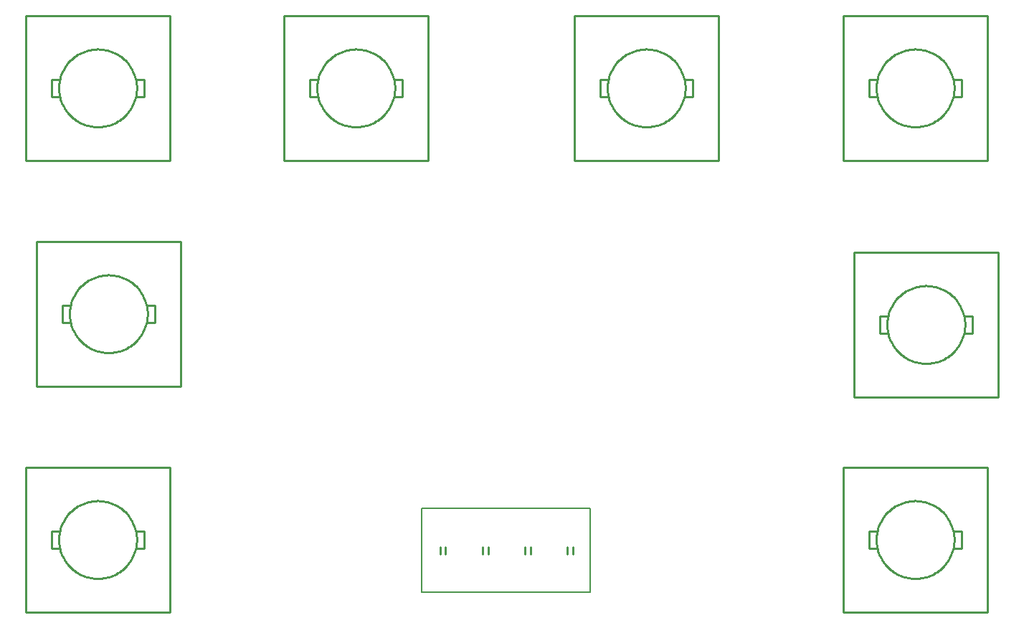
<source format=gto>
G75*
G70*
%OFA0B0*%
%FSLAX24Y24*%
%IPPOS*%
%LPD*%
%AMOC8*
5,1,8,0,0,1.08239X$1,22.5*
%
%ADD10C,0.0100*%
%ADD11C,0.0060*%
D10*
X003738Y003757D02*
X003738Y010443D01*
X003757Y010462D02*
X010443Y010462D01*
X010462Y010443D02*
X010462Y003757D01*
X010443Y003738D02*
X003757Y003738D01*
X004950Y006700D02*
X005300Y006700D01*
X004950Y006700D02*
X004950Y007500D01*
X005300Y007500D01*
X005291Y007100D02*
X005293Y007189D01*
X005300Y007277D01*
X005311Y007365D01*
X005326Y007453D01*
X005345Y007540D01*
X005369Y007625D01*
X005397Y007709D01*
X005429Y007792D01*
X005465Y007873D01*
X005505Y007953D01*
X005548Y008030D01*
X005596Y008105D01*
X005647Y008178D01*
X005702Y008248D01*
X005760Y008315D01*
X005821Y008379D01*
X005885Y008440D01*
X005952Y008498D01*
X006022Y008553D01*
X006095Y008604D01*
X006170Y008652D01*
X006247Y008695D01*
X006327Y008735D01*
X006408Y008771D01*
X006491Y008803D01*
X006575Y008831D01*
X006660Y008855D01*
X006747Y008874D01*
X006835Y008889D01*
X006923Y008900D01*
X007011Y008907D01*
X007100Y008909D01*
X007189Y008907D01*
X007277Y008900D01*
X007365Y008889D01*
X007453Y008874D01*
X007540Y008855D01*
X007625Y008831D01*
X007709Y008803D01*
X007792Y008771D01*
X007873Y008735D01*
X007953Y008695D01*
X008030Y008652D01*
X008105Y008604D01*
X008178Y008553D01*
X008248Y008498D01*
X008315Y008440D01*
X008379Y008379D01*
X008440Y008315D01*
X008498Y008248D01*
X008553Y008178D01*
X008604Y008105D01*
X008652Y008030D01*
X008695Y007953D01*
X008735Y007873D01*
X008771Y007792D01*
X008803Y007709D01*
X008831Y007625D01*
X008855Y007540D01*
X008874Y007453D01*
X008889Y007365D01*
X008900Y007277D01*
X008907Y007189D01*
X008909Y007100D01*
X008907Y007011D01*
X008900Y006923D01*
X008889Y006835D01*
X008874Y006747D01*
X008855Y006660D01*
X008831Y006575D01*
X008803Y006491D01*
X008771Y006408D01*
X008735Y006327D01*
X008695Y006247D01*
X008652Y006170D01*
X008604Y006095D01*
X008553Y006022D01*
X008498Y005952D01*
X008440Y005885D01*
X008379Y005821D01*
X008315Y005760D01*
X008248Y005702D01*
X008178Y005647D01*
X008105Y005596D01*
X008030Y005548D01*
X007953Y005505D01*
X007873Y005465D01*
X007792Y005429D01*
X007709Y005397D01*
X007625Y005369D01*
X007540Y005345D01*
X007453Y005326D01*
X007365Y005311D01*
X007277Y005300D01*
X007189Y005293D01*
X007100Y005291D01*
X007011Y005293D01*
X006923Y005300D01*
X006835Y005311D01*
X006747Y005326D01*
X006660Y005345D01*
X006575Y005369D01*
X006491Y005397D01*
X006408Y005429D01*
X006327Y005465D01*
X006247Y005505D01*
X006170Y005548D01*
X006095Y005596D01*
X006022Y005647D01*
X005952Y005702D01*
X005885Y005760D01*
X005821Y005821D01*
X005760Y005885D01*
X005702Y005952D01*
X005647Y006022D01*
X005596Y006095D01*
X005548Y006170D01*
X005505Y006247D01*
X005465Y006327D01*
X005429Y006408D01*
X005397Y006491D01*
X005369Y006575D01*
X005345Y006660D01*
X005326Y006747D01*
X005311Y006835D01*
X005300Y006923D01*
X005293Y007011D01*
X005291Y007100D01*
X008900Y006700D02*
X009250Y006700D01*
X009250Y007500D01*
X008900Y007500D01*
X010943Y014238D02*
X004257Y014238D01*
X004238Y014257D02*
X004238Y020943D01*
X004257Y020962D02*
X010943Y020962D01*
X010962Y020943D02*
X010962Y014257D01*
X009750Y017200D02*
X009750Y018000D01*
X009400Y018000D01*
X009400Y017200D02*
X009750Y017200D01*
X005791Y017600D02*
X005793Y017689D01*
X005800Y017777D01*
X005811Y017865D01*
X005826Y017953D01*
X005845Y018040D01*
X005869Y018125D01*
X005897Y018209D01*
X005929Y018292D01*
X005965Y018373D01*
X006005Y018453D01*
X006048Y018530D01*
X006096Y018605D01*
X006147Y018678D01*
X006202Y018748D01*
X006260Y018815D01*
X006321Y018879D01*
X006385Y018940D01*
X006452Y018998D01*
X006522Y019053D01*
X006595Y019104D01*
X006670Y019152D01*
X006747Y019195D01*
X006827Y019235D01*
X006908Y019271D01*
X006991Y019303D01*
X007075Y019331D01*
X007160Y019355D01*
X007247Y019374D01*
X007335Y019389D01*
X007423Y019400D01*
X007511Y019407D01*
X007600Y019409D01*
X007689Y019407D01*
X007777Y019400D01*
X007865Y019389D01*
X007953Y019374D01*
X008040Y019355D01*
X008125Y019331D01*
X008209Y019303D01*
X008292Y019271D01*
X008373Y019235D01*
X008453Y019195D01*
X008530Y019152D01*
X008605Y019104D01*
X008678Y019053D01*
X008748Y018998D01*
X008815Y018940D01*
X008879Y018879D01*
X008940Y018815D01*
X008998Y018748D01*
X009053Y018678D01*
X009104Y018605D01*
X009152Y018530D01*
X009195Y018453D01*
X009235Y018373D01*
X009271Y018292D01*
X009303Y018209D01*
X009331Y018125D01*
X009355Y018040D01*
X009374Y017953D01*
X009389Y017865D01*
X009400Y017777D01*
X009407Y017689D01*
X009409Y017600D01*
X009407Y017511D01*
X009400Y017423D01*
X009389Y017335D01*
X009374Y017247D01*
X009355Y017160D01*
X009331Y017075D01*
X009303Y016991D01*
X009271Y016908D01*
X009235Y016827D01*
X009195Y016747D01*
X009152Y016670D01*
X009104Y016595D01*
X009053Y016522D01*
X008998Y016452D01*
X008940Y016385D01*
X008879Y016321D01*
X008815Y016260D01*
X008748Y016202D01*
X008678Y016147D01*
X008605Y016096D01*
X008530Y016048D01*
X008453Y016005D01*
X008373Y015965D01*
X008292Y015929D01*
X008209Y015897D01*
X008125Y015869D01*
X008040Y015845D01*
X007953Y015826D01*
X007865Y015811D01*
X007777Y015800D01*
X007689Y015793D01*
X007600Y015791D01*
X007511Y015793D01*
X007423Y015800D01*
X007335Y015811D01*
X007247Y015826D01*
X007160Y015845D01*
X007075Y015869D01*
X006991Y015897D01*
X006908Y015929D01*
X006827Y015965D01*
X006747Y016005D01*
X006670Y016048D01*
X006595Y016096D01*
X006522Y016147D01*
X006452Y016202D01*
X006385Y016260D01*
X006321Y016321D01*
X006260Y016385D01*
X006202Y016452D01*
X006147Y016522D01*
X006096Y016595D01*
X006048Y016670D01*
X006005Y016747D01*
X005965Y016827D01*
X005929Y016908D01*
X005897Y016991D01*
X005869Y017075D01*
X005845Y017160D01*
X005826Y017247D01*
X005811Y017335D01*
X005800Y017423D01*
X005793Y017511D01*
X005791Y017600D01*
X005800Y017200D02*
X005450Y017200D01*
X005450Y018000D01*
X005800Y018000D01*
X003757Y024738D02*
X010443Y024738D01*
X010462Y024757D02*
X010462Y031443D01*
X010443Y031462D02*
X003757Y031462D01*
X003738Y031443D02*
X003738Y024757D01*
X004950Y027700D02*
X005300Y027700D01*
X004950Y027700D02*
X004950Y028500D01*
X005300Y028500D01*
X005291Y028100D02*
X005293Y028189D01*
X005300Y028277D01*
X005311Y028365D01*
X005326Y028453D01*
X005345Y028540D01*
X005369Y028625D01*
X005397Y028709D01*
X005429Y028792D01*
X005465Y028873D01*
X005505Y028953D01*
X005548Y029030D01*
X005596Y029105D01*
X005647Y029178D01*
X005702Y029248D01*
X005760Y029315D01*
X005821Y029379D01*
X005885Y029440D01*
X005952Y029498D01*
X006022Y029553D01*
X006095Y029604D01*
X006170Y029652D01*
X006247Y029695D01*
X006327Y029735D01*
X006408Y029771D01*
X006491Y029803D01*
X006575Y029831D01*
X006660Y029855D01*
X006747Y029874D01*
X006835Y029889D01*
X006923Y029900D01*
X007011Y029907D01*
X007100Y029909D01*
X007189Y029907D01*
X007277Y029900D01*
X007365Y029889D01*
X007453Y029874D01*
X007540Y029855D01*
X007625Y029831D01*
X007709Y029803D01*
X007792Y029771D01*
X007873Y029735D01*
X007953Y029695D01*
X008030Y029652D01*
X008105Y029604D01*
X008178Y029553D01*
X008248Y029498D01*
X008315Y029440D01*
X008379Y029379D01*
X008440Y029315D01*
X008498Y029248D01*
X008553Y029178D01*
X008604Y029105D01*
X008652Y029030D01*
X008695Y028953D01*
X008735Y028873D01*
X008771Y028792D01*
X008803Y028709D01*
X008831Y028625D01*
X008855Y028540D01*
X008874Y028453D01*
X008889Y028365D01*
X008900Y028277D01*
X008907Y028189D01*
X008909Y028100D01*
X008907Y028011D01*
X008900Y027923D01*
X008889Y027835D01*
X008874Y027747D01*
X008855Y027660D01*
X008831Y027575D01*
X008803Y027491D01*
X008771Y027408D01*
X008735Y027327D01*
X008695Y027247D01*
X008652Y027170D01*
X008604Y027095D01*
X008553Y027022D01*
X008498Y026952D01*
X008440Y026885D01*
X008379Y026821D01*
X008315Y026760D01*
X008248Y026702D01*
X008178Y026647D01*
X008105Y026596D01*
X008030Y026548D01*
X007953Y026505D01*
X007873Y026465D01*
X007792Y026429D01*
X007709Y026397D01*
X007625Y026369D01*
X007540Y026345D01*
X007453Y026326D01*
X007365Y026311D01*
X007277Y026300D01*
X007189Y026293D01*
X007100Y026291D01*
X007011Y026293D01*
X006923Y026300D01*
X006835Y026311D01*
X006747Y026326D01*
X006660Y026345D01*
X006575Y026369D01*
X006491Y026397D01*
X006408Y026429D01*
X006327Y026465D01*
X006247Y026505D01*
X006170Y026548D01*
X006095Y026596D01*
X006022Y026647D01*
X005952Y026702D01*
X005885Y026760D01*
X005821Y026821D01*
X005760Y026885D01*
X005702Y026952D01*
X005647Y027022D01*
X005596Y027095D01*
X005548Y027170D01*
X005505Y027247D01*
X005465Y027327D01*
X005429Y027408D01*
X005397Y027491D01*
X005369Y027575D01*
X005345Y027660D01*
X005326Y027747D01*
X005311Y027835D01*
X005300Y027923D01*
X005293Y028011D01*
X005291Y028100D01*
X008900Y027700D02*
X009250Y027700D01*
X009250Y028500D01*
X008900Y028500D01*
X015738Y031443D02*
X015738Y024757D01*
X015757Y024738D02*
X022443Y024738D01*
X022462Y024757D02*
X022462Y031443D01*
X022443Y031462D02*
X015757Y031462D01*
X016950Y028500D02*
X016950Y027700D01*
X017300Y027700D01*
X017300Y028500D02*
X016950Y028500D01*
X017291Y028100D02*
X017293Y028189D01*
X017300Y028277D01*
X017311Y028365D01*
X017326Y028453D01*
X017345Y028540D01*
X017369Y028625D01*
X017397Y028709D01*
X017429Y028792D01*
X017465Y028873D01*
X017505Y028953D01*
X017548Y029030D01*
X017596Y029105D01*
X017647Y029178D01*
X017702Y029248D01*
X017760Y029315D01*
X017821Y029379D01*
X017885Y029440D01*
X017952Y029498D01*
X018022Y029553D01*
X018095Y029604D01*
X018170Y029652D01*
X018247Y029695D01*
X018327Y029735D01*
X018408Y029771D01*
X018491Y029803D01*
X018575Y029831D01*
X018660Y029855D01*
X018747Y029874D01*
X018835Y029889D01*
X018923Y029900D01*
X019011Y029907D01*
X019100Y029909D01*
X019189Y029907D01*
X019277Y029900D01*
X019365Y029889D01*
X019453Y029874D01*
X019540Y029855D01*
X019625Y029831D01*
X019709Y029803D01*
X019792Y029771D01*
X019873Y029735D01*
X019953Y029695D01*
X020030Y029652D01*
X020105Y029604D01*
X020178Y029553D01*
X020248Y029498D01*
X020315Y029440D01*
X020379Y029379D01*
X020440Y029315D01*
X020498Y029248D01*
X020553Y029178D01*
X020604Y029105D01*
X020652Y029030D01*
X020695Y028953D01*
X020735Y028873D01*
X020771Y028792D01*
X020803Y028709D01*
X020831Y028625D01*
X020855Y028540D01*
X020874Y028453D01*
X020889Y028365D01*
X020900Y028277D01*
X020907Y028189D01*
X020909Y028100D01*
X020907Y028011D01*
X020900Y027923D01*
X020889Y027835D01*
X020874Y027747D01*
X020855Y027660D01*
X020831Y027575D01*
X020803Y027491D01*
X020771Y027408D01*
X020735Y027327D01*
X020695Y027247D01*
X020652Y027170D01*
X020604Y027095D01*
X020553Y027022D01*
X020498Y026952D01*
X020440Y026885D01*
X020379Y026821D01*
X020315Y026760D01*
X020248Y026702D01*
X020178Y026647D01*
X020105Y026596D01*
X020030Y026548D01*
X019953Y026505D01*
X019873Y026465D01*
X019792Y026429D01*
X019709Y026397D01*
X019625Y026369D01*
X019540Y026345D01*
X019453Y026326D01*
X019365Y026311D01*
X019277Y026300D01*
X019189Y026293D01*
X019100Y026291D01*
X019011Y026293D01*
X018923Y026300D01*
X018835Y026311D01*
X018747Y026326D01*
X018660Y026345D01*
X018575Y026369D01*
X018491Y026397D01*
X018408Y026429D01*
X018327Y026465D01*
X018247Y026505D01*
X018170Y026548D01*
X018095Y026596D01*
X018022Y026647D01*
X017952Y026702D01*
X017885Y026760D01*
X017821Y026821D01*
X017760Y026885D01*
X017702Y026952D01*
X017647Y027022D01*
X017596Y027095D01*
X017548Y027170D01*
X017505Y027247D01*
X017465Y027327D01*
X017429Y027408D01*
X017397Y027491D01*
X017369Y027575D01*
X017345Y027660D01*
X017326Y027747D01*
X017311Y027835D01*
X017300Y027923D01*
X017293Y028011D01*
X017291Y028100D01*
X020900Y027700D02*
X021250Y027700D01*
X021250Y028500D01*
X020900Y028500D01*
X029238Y031443D02*
X029238Y024757D01*
X029257Y024738D02*
X035943Y024738D01*
X035962Y024757D02*
X035962Y031443D01*
X035943Y031462D02*
X029257Y031462D01*
X030450Y028500D02*
X030450Y027700D01*
X030800Y027700D01*
X030800Y028500D02*
X030450Y028500D01*
X030791Y028100D02*
X030793Y028189D01*
X030800Y028277D01*
X030811Y028365D01*
X030826Y028453D01*
X030845Y028540D01*
X030869Y028625D01*
X030897Y028709D01*
X030929Y028792D01*
X030965Y028873D01*
X031005Y028953D01*
X031048Y029030D01*
X031096Y029105D01*
X031147Y029178D01*
X031202Y029248D01*
X031260Y029315D01*
X031321Y029379D01*
X031385Y029440D01*
X031452Y029498D01*
X031522Y029553D01*
X031595Y029604D01*
X031670Y029652D01*
X031747Y029695D01*
X031827Y029735D01*
X031908Y029771D01*
X031991Y029803D01*
X032075Y029831D01*
X032160Y029855D01*
X032247Y029874D01*
X032335Y029889D01*
X032423Y029900D01*
X032511Y029907D01*
X032600Y029909D01*
X032689Y029907D01*
X032777Y029900D01*
X032865Y029889D01*
X032953Y029874D01*
X033040Y029855D01*
X033125Y029831D01*
X033209Y029803D01*
X033292Y029771D01*
X033373Y029735D01*
X033453Y029695D01*
X033530Y029652D01*
X033605Y029604D01*
X033678Y029553D01*
X033748Y029498D01*
X033815Y029440D01*
X033879Y029379D01*
X033940Y029315D01*
X033998Y029248D01*
X034053Y029178D01*
X034104Y029105D01*
X034152Y029030D01*
X034195Y028953D01*
X034235Y028873D01*
X034271Y028792D01*
X034303Y028709D01*
X034331Y028625D01*
X034355Y028540D01*
X034374Y028453D01*
X034389Y028365D01*
X034400Y028277D01*
X034407Y028189D01*
X034409Y028100D01*
X034407Y028011D01*
X034400Y027923D01*
X034389Y027835D01*
X034374Y027747D01*
X034355Y027660D01*
X034331Y027575D01*
X034303Y027491D01*
X034271Y027408D01*
X034235Y027327D01*
X034195Y027247D01*
X034152Y027170D01*
X034104Y027095D01*
X034053Y027022D01*
X033998Y026952D01*
X033940Y026885D01*
X033879Y026821D01*
X033815Y026760D01*
X033748Y026702D01*
X033678Y026647D01*
X033605Y026596D01*
X033530Y026548D01*
X033453Y026505D01*
X033373Y026465D01*
X033292Y026429D01*
X033209Y026397D01*
X033125Y026369D01*
X033040Y026345D01*
X032953Y026326D01*
X032865Y026311D01*
X032777Y026300D01*
X032689Y026293D01*
X032600Y026291D01*
X032511Y026293D01*
X032423Y026300D01*
X032335Y026311D01*
X032247Y026326D01*
X032160Y026345D01*
X032075Y026369D01*
X031991Y026397D01*
X031908Y026429D01*
X031827Y026465D01*
X031747Y026505D01*
X031670Y026548D01*
X031595Y026596D01*
X031522Y026647D01*
X031452Y026702D01*
X031385Y026760D01*
X031321Y026821D01*
X031260Y026885D01*
X031202Y026952D01*
X031147Y027022D01*
X031096Y027095D01*
X031048Y027170D01*
X031005Y027247D01*
X030965Y027327D01*
X030929Y027408D01*
X030897Y027491D01*
X030869Y027575D01*
X030845Y027660D01*
X030826Y027747D01*
X030811Y027835D01*
X030800Y027923D01*
X030793Y028011D01*
X030791Y028100D01*
X034400Y027700D02*
X034750Y027700D01*
X034750Y028500D01*
X034400Y028500D01*
X041738Y031443D02*
X041738Y024757D01*
X041757Y024738D02*
X048443Y024738D01*
X048462Y024757D02*
X048462Y031443D01*
X048443Y031462D02*
X041757Y031462D01*
X042950Y028500D02*
X042950Y027700D01*
X043300Y027700D01*
X043300Y028500D02*
X042950Y028500D01*
X043291Y028100D02*
X043293Y028189D01*
X043300Y028277D01*
X043311Y028365D01*
X043326Y028453D01*
X043345Y028540D01*
X043369Y028625D01*
X043397Y028709D01*
X043429Y028792D01*
X043465Y028873D01*
X043505Y028953D01*
X043548Y029030D01*
X043596Y029105D01*
X043647Y029178D01*
X043702Y029248D01*
X043760Y029315D01*
X043821Y029379D01*
X043885Y029440D01*
X043952Y029498D01*
X044022Y029553D01*
X044095Y029604D01*
X044170Y029652D01*
X044247Y029695D01*
X044327Y029735D01*
X044408Y029771D01*
X044491Y029803D01*
X044575Y029831D01*
X044660Y029855D01*
X044747Y029874D01*
X044835Y029889D01*
X044923Y029900D01*
X045011Y029907D01*
X045100Y029909D01*
X045189Y029907D01*
X045277Y029900D01*
X045365Y029889D01*
X045453Y029874D01*
X045540Y029855D01*
X045625Y029831D01*
X045709Y029803D01*
X045792Y029771D01*
X045873Y029735D01*
X045953Y029695D01*
X046030Y029652D01*
X046105Y029604D01*
X046178Y029553D01*
X046248Y029498D01*
X046315Y029440D01*
X046379Y029379D01*
X046440Y029315D01*
X046498Y029248D01*
X046553Y029178D01*
X046604Y029105D01*
X046652Y029030D01*
X046695Y028953D01*
X046735Y028873D01*
X046771Y028792D01*
X046803Y028709D01*
X046831Y028625D01*
X046855Y028540D01*
X046874Y028453D01*
X046889Y028365D01*
X046900Y028277D01*
X046907Y028189D01*
X046909Y028100D01*
X046907Y028011D01*
X046900Y027923D01*
X046889Y027835D01*
X046874Y027747D01*
X046855Y027660D01*
X046831Y027575D01*
X046803Y027491D01*
X046771Y027408D01*
X046735Y027327D01*
X046695Y027247D01*
X046652Y027170D01*
X046604Y027095D01*
X046553Y027022D01*
X046498Y026952D01*
X046440Y026885D01*
X046379Y026821D01*
X046315Y026760D01*
X046248Y026702D01*
X046178Y026647D01*
X046105Y026596D01*
X046030Y026548D01*
X045953Y026505D01*
X045873Y026465D01*
X045792Y026429D01*
X045709Y026397D01*
X045625Y026369D01*
X045540Y026345D01*
X045453Y026326D01*
X045365Y026311D01*
X045277Y026300D01*
X045189Y026293D01*
X045100Y026291D01*
X045011Y026293D01*
X044923Y026300D01*
X044835Y026311D01*
X044747Y026326D01*
X044660Y026345D01*
X044575Y026369D01*
X044491Y026397D01*
X044408Y026429D01*
X044327Y026465D01*
X044247Y026505D01*
X044170Y026548D01*
X044095Y026596D01*
X044022Y026647D01*
X043952Y026702D01*
X043885Y026760D01*
X043821Y026821D01*
X043760Y026885D01*
X043702Y026952D01*
X043647Y027022D01*
X043596Y027095D01*
X043548Y027170D01*
X043505Y027247D01*
X043465Y027327D01*
X043429Y027408D01*
X043397Y027491D01*
X043369Y027575D01*
X043345Y027660D01*
X043326Y027747D01*
X043311Y027835D01*
X043300Y027923D01*
X043293Y028011D01*
X043291Y028100D01*
X046900Y027700D02*
X047250Y027700D01*
X047250Y028500D01*
X046900Y028500D01*
X048943Y020462D02*
X042257Y020462D01*
X042238Y020443D02*
X042238Y013757D01*
X042257Y013738D02*
X048943Y013738D01*
X048962Y013757D02*
X048962Y020443D01*
X047750Y017500D02*
X047400Y017500D01*
X047750Y017500D02*
X047750Y016700D01*
X047400Y016700D01*
X043791Y017100D02*
X043793Y017189D01*
X043800Y017277D01*
X043811Y017365D01*
X043826Y017453D01*
X043845Y017540D01*
X043869Y017625D01*
X043897Y017709D01*
X043929Y017792D01*
X043965Y017873D01*
X044005Y017953D01*
X044048Y018030D01*
X044096Y018105D01*
X044147Y018178D01*
X044202Y018248D01*
X044260Y018315D01*
X044321Y018379D01*
X044385Y018440D01*
X044452Y018498D01*
X044522Y018553D01*
X044595Y018604D01*
X044670Y018652D01*
X044747Y018695D01*
X044827Y018735D01*
X044908Y018771D01*
X044991Y018803D01*
X045075Y018831D01*
X045160Y018855D01*
X045247Y018874D01*
X045335Y018889D01*
X045423Y018900D01*
X045511Y018907D01*
X045600Y018909D01*
X045689Y018907D01*
X045777Y018900D01*
X045865Y018889D01*
X045953Y018874D01*
X046040Y018855D01*
X046125Y018831D01*
X046209Y018803D01*
X046292Y018771D01*
X046373Y018735D01*
X046453Y018695D01*
X046530Y018652D01*
X046605Y018604D01*
X046678Y018553D01*
X046748Y018498D01*
X046815Y018440D01*
X046879Y018379D01*
X046940Y018315D01*
X046998Y018248D01*
X047053Y018178D01*
X047104Y018105D01*
X047152Y018030D01*
X047195Y017953D01*
X047235Y017873D01*
X047271Y017792D01*
X047303Y017709D01*
X047331Y017625D01*
X047355Y017540D01*
X047374Y017453D01*
X047389Y017365D01*
X047400Y017277D01*
X047407Y017189D01*
X047409Y017100D01*
X047407Y017011D01*
X047400Y016923D01*
X047389Y016835D01*
X047374Y016747D01*
X047355Y016660D01*
X047331Y016575D01*
X047303Y016491D01*
X047271Y016408D01*
X047235Y016327D01*
X047195Y016247D01*
X047152Y016170D01*
X047104Y016095D01*
X047053Y016022D01*
X046998Y015952D01*
X046940Y015885D01*
X046879Y015821D01*
X046815Y015760D01*
X046748Y015702D01*
X046678Y015647D01*
X046605Y015596D01*
X046530Y015548D01*
X046453Y015505D01*
X046373Y015465D01*
X046292Y015429D01*
X046209Y015397D01*
X046125Y015369D01*
X046040Y015345D01*
X045953Y015326D01*
X045865Y015311D01*
X045777Y015300D01*
X045689Y015293D01*
X045600Y015291D01*
X045511Y015293D01*
X045423Y015300D01*
X045335Y015311D01*
X045247Y015326D01*
X045160Y015345D01*
X045075Y015369D01*
X044991Y015397D01*
X044908Y015429D01*
X044827Y015465D01*
X044747Y015505D01*
X044670Y015548D01*
X044595Y015596D01*
X044522Y015647D01*
X044452Y015702D01*
X044385Y015760D01*
X044321Y015821D01*
X044260Y015885D01*
X044202Y015952D01*
X044147Y016022D01*
X044096Y016095D01*
X044048Y016170D01*
X044005Y016247D01*
X043965Y016327D01*
X043929Y016408D01*
X043897Y016491D01*
X043869Y016575D01*
X043845Y016660D01*
X043826Y016747D01*
X043811Y016835D01*
X043800Y016923D01*
X043793Y017011D01*
X043791Y017100D01*
X043800Y016700D02*
X043450Y016700D01*
X043450Y017500D01*
X043800Y017500D01*
X041757Y010462D02*
X048443Y010462D01*
X048462Y010443D02*
X048462Y003757D01*
X048443Y003738D02*
X041757Y003738D01*
X041738Y003757D02*
X041738Y010443D01*
X042950Y007500D02*
X042950Y006700D01*
X043300Y006700D01*
X043300Y007500D02*
X042950Y007500D01*
X043291Y007100D02*
X043293Y007189D01*
X043300Y007277D01*
X043311Y007365D01*
X043326Y007453D01*
X043345Y007540D01*
X043369Y007625D01*
X043397Y007709D01*
X043429Y007792D01*
X043465Y007873D01*
X043505Y007953D01*
X043548Y008030D01*
X043596Y008105D01*
X043647Y008178D01*
X043702Y008248D01*
X043760Y008315D01*
X043821Y008379D01*
X043885Y008440D01*
X043952Y008498D01*
X044022Y008553D01*
X044095Y008604D01*
X044170Y008652D01*
X044247Y008695D01*
X044327Y008735D01*
X044408Y008771D01*
X044491Y008803D01*
X044575Y008831D01*
X044660Y008855D01*
X044747Y008874D01*
X044835Y008889D01*
X044923Y008900D01*
X045011Y008907D01*
X045100Y008909D01*
X045189Y008907D01*
X045277Y008900D01*
X045365Y008889D01*
X045453Y008874D01*
X045540Y008855D01*
X045625Y008831D01*
X045709Y008803D01*
X045792Y008771D01*
X045873Y008735D01*
X045953Y008695D01*
X046030Y008652D01*
X046105Y008604D01*
X046178Y008553D01*
X046248Y008498D01*
X046315Y008440D01*
X046379Y008379D01*
X046440Y008315D01*
X046498Y008248D01*
X046553Y008178D01*
X046604Y008105D01*
X046652Y008030D01*
X046695Y007953D01*
X046735Y007873D01*
X046771Y007792D01*
X046803Y007709D01*
X046831Y007625D01*
X046855Y007540D01*
X046874Y007453D01*
X046889Y007365D01*
X046900Y007277D01*
X046907Y007189D01*
X046909Y007100D01*
X046907Y007011D01*
X046900Y006923D01*
X046889Y006835D01*
X046874Y006747D01*
X046855Y006660D01*
X046831Y006575D01*
X046803Y006491D01*
X046771Y006408D01*
X046735Y006327D01*
X046695Y006247D01*
X046652Y006170D01*
X046604Y006095D01*
X046553Y006022D01*
X046498Y005952D01*
X046440Y005885D01*
X046379Y005821D01*
X046315Y005760D01*
X046248Y005702D01*
X046178Y005647D01*
X046105Y005596D01*
X046030Y005548D01*
X045953Y005505D01*
X045873Y005465D01*
X045792Y005429D01*
X045709Y005397D01*
X045625Y005369D01*
X045540Y005345D01*
X045453Y005326D01*
X045365Y005311D01*
X045277Y005300D01*
X045189Y005293D01*
X045100Y005291D01*
X045011Y005293D01*
X044923Y005300D01*
X044835Y005311D01*
X044747Y005326D01*
X044660Y005345D01*
X044575Y005369D01*
X044491Y005397D01*
X044408Y005429D01*
X044327Y005465D01*
X044247Y005505D01*
X044170Y005548D01*
X044095Y005596D01*
X044022Y005647D01*
X043952Y005702D01*
X043885Y005760D01*
X043821Y005821D01*
X043760Y005885D01*
X043702Y005952D01*
X043647Y006022D01*
X043596Y006095D01*
X043548Y006170D01*
X043505Y006247D01*
X043465Y006327D01*
X043429Y006408D01*
X043397Y006491D01*
X043369Y006575D01*
X043345Y006660D01*
X043326Y006747D01*
X043311Y006835D01*
X043300Y006923D01*
X043293Y007011D01*
X043291Y007100D01*
X046900Y006700D02*
X047250Y006700D01*
X047250Y007500D01*
X046900Y007500D01*
X029190Y006770D02*
X029190Y006430D01*
X028930Y006430D02*
X028930Y006770D01*
X027220Y006770D02*
X027220Y006430D01*
X026960Y006430D02*
X026960Y006770D01*
X025240Y006770D02*
X025240Y006430D01*
X024980Y006430D02*
X024980Y006770D01*
X023270Y006770D02*
X023270Y006430D01*
X023010Y006430D02*
X023010Y006770D01*
D11*
X022170Y008550D02*
X030000Y008550D01*
X030000Y004650D01*
X022170Y004650D01*
X022170Y008550D01*
M02*

</source>
